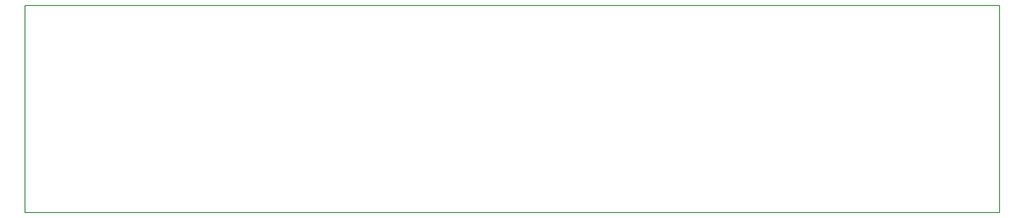
<source format=gbr>
G04 #@! TF.FileFunction,Profile,NP*
%FSLAX46Y46*%
G04 Gerber Fmt 4.6, Leading zero omitted, Abs format (unit mm)*
G04 Created by KiCad (PCBNEW 4.0.7) date 04/09/18 21:47:58*
%MOMM*%
%LPD*%
G01*
G04 APERTURE LIST*
%ADD10C,0.100000*%
%ADD11C,0.150000*%
G04 APERTURE END LIST*
D10*
D11*
X230200000Y-85200000D02*
X65000000Y-85200000D01*
X230200000Y-120300000D02*
X230200000Y-85200000D01*
X65000000Y-120300000D02*
X230200000Y-120300000D01*
X65000000Y-85200000D02*
X65000000Y-120300000D01*
M02*

</source>
